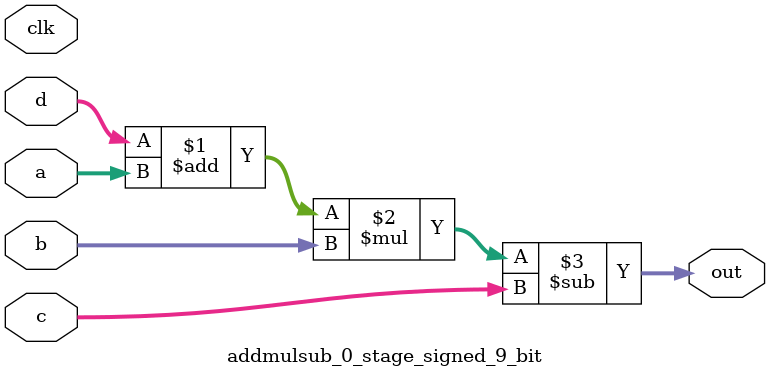
<source format=sv>
(* use_dsp = "yes" *) module addmulsub_0_stage_signed_9_bit(
	input signed [8:0] a,
	input signed [8:0] b,
	input signed [8:0] c,
	input signed [8:0] d,
	output [8:0] out,
	input clk);

	assign out = ((d + a) * b) - c;
endmodule

</source>
